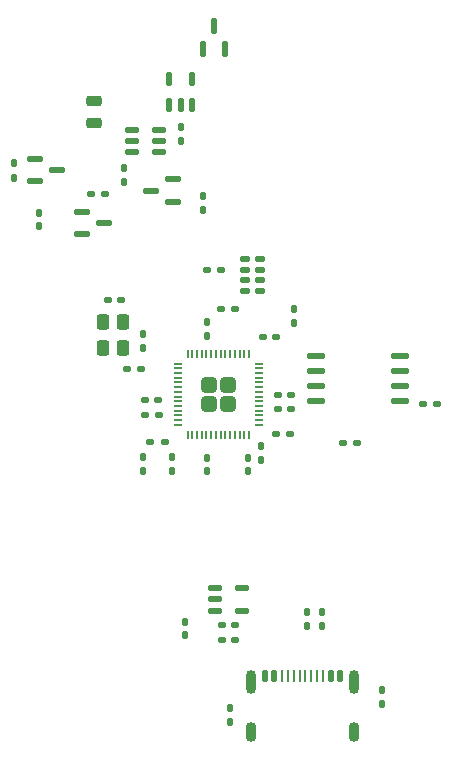
<source format=gbr>
%TF.GenerationSoftware,KiCad,Pcbnew,9.0.2*%
%TF.CreationDate,2025-07-31T20:28:33-07:00*%
%TF.ProjectId,TimeCapsule,54696d65-4361-4707-9375-6c652e6b6963,rev?*%
%TF.SameCoordinates,Original*%
%TF.FileFunction,Paste,Top*%
%TF.FilePolarity,Positive*%
%FSLAX46Y46*%
G04 Gerber Fmt 4.6, Leading zero omitted, Abs format (unit mm)*
G04 Created by KiCad (PCBNEW 9.0.2) date 2025-07-31 20:28:33*
%MOMM*%
%LPD*%
G01*
G04 APERTURE LIST*
G04 Aperture macros list*
%AMRoundRect*
0 Rectangle with rounded corners*
0 $1 Rounding radius*
0 $2 $3 $4 $5 $6 $7 $8 $9 X,Y pos of 4 corners*
0 Add a 4 corners polygon primitive as box body*
4,1,4,$2,$3,$4,$5,$6,$7,$8,$9,$2,$3,0*
0 Add four circle primitives for the rounded corners*
1,1,$1+$1,$2,$3*
1,1,$1+$1,$4,$5*
1,1,$1+$1,$6,$7*
1,1,$1+$1,$8,$9*
0 Add four rect primitives between the rounded corners*
20,1,$1+$1,$2,$3,$4,$5,0*
20,1,$1+$1,$4,$5,$6,$7,0*
20,1,$1+$1,$6,$7,$8,$9,0*
20,1,$1+$1,$8,$9,$2,$3,0*%
G04 Aperture macros list end*
%ADD10RoundRect,0.125000X-0.562500X-0.125000X0.562500X-0.125000X0.562500X0.125000X-0.562500X0.125000X0*%
%ADD11RoundRect,0.125000X0.562500X0.125000X-0.562500X0.125000X-0.562500X-0.125000X0.562500X-0.125000X0*%
%ADD12RoundRect,0.135000X-0.135000X0.172500X-0.135000X-0.172500X0.135000X-0.172500X0.135000X0.172500X0*%
%ADD13RoundRect,0.135000X0.172500X0.135000X-0.172500X0.135000X-0.172500X-0.135000X0.172500X-0.135000X0*%
%ADD14RoundRect,0.130000X-0.130000X0.187500X-0.130000X-0.187500X0.130000X-0.187500X0.130000X0.187500X0*%
%ADD15RoundRect,0.125000X-0.487500X-0.125000X0.487500X-0.125000X0.487500X0.125000X-0.487500X0.125000X0*%
%ADD16RoundRect,0.130000X0.187500X0.130000X-0.187500X0.130000X-0.187500X-0.130000X0.187500X-0.130000X0*%
%ADD17RoundRect,0.135000X0.135000X-0.172500X0.135000X0.172500X-0.135000X0.172500X-0.135000X-0.172500X0*%
%ADD18RoundRect,0.249999X-0.395001X0.395001X-0.395001X-0.395001X0.395001X-0.395001X0.395001X0.395001X0*%
%ADD19RoundRect,0.025000X-0.025000X0.362500X-0.025000X-0.362500X0.025000X-0.362500X0.025000X0.362500X0*%
%ADD20RoundRect,0.025000X-0.362500X0.025000X-0.362500X-0.025000X0.362500X-0.025000X0.362500X0.025000X0*%
%ADD21RoundRect,0.130000X0.130000X-0.187500X0.130000X0.187500X-0.130000X0.187500X-0.130000X-0.187500X0*%
%ADD22RoundRect,0.135000X-0.172500X-0.135000X0.172500X-0.135000X0.172500X0.135000X-0.172500X0.135000X0*%
%ADD23RoundRect,0.137500X0.625000X0.137500X-0.625000X0.137500X-0.625000X-0.137500X0.625000X-0.137500X0*%
%ADD24RoundRect,0.137500X0.287500X0.137500X-0.287500X0.137500X-0.287500X-0.137500X0.287500X-0.137500X0*%
%ADD25RoundRect,0.125000X0.125000X-0.487500X0.125000X0.487500X-0.125000X0.487500X-0.125000X-0.487500X0*%
%ADD26RoundRect,0.218750X-0.431250X0.218750X-0.431250X-0.218750X0.431250X-0.218750X0.431250X0.218750X0*%
%ADD27RoundRect,0.130000X-0.187500X-0.130000X0.187500X-0.130000X0.187500X0.130000X-0.187500X0.130000X0*%
%ADD28RoundRect,0.229166X-0.320834X0.420834X-0.320834X-0.420834X0.320834X-0.420834X0.320834X0.420834X0*%
%ADD29RoundRect,0.125000X0.125000X-0.562500X0.125000X0.562500X-0.125000X0.562500X-0.125000X-0.562500X0*%
%ADD30RoundRect,0.125000X-0.125000X-0.400000X0.125000X-0.400000X0.125000X0.400000X-0.125000X0.400000X0*%
%ADD31RoundRect,0.050000X-0.050000X-0.475000X0.050000X-0.475000X0.050000X0.475000X-0.050000X0.475000X0*%
%ADD32O,0.900000X2.000000*%
%ADD33O,0.900000X1.700000*%
G04 APERTURE END LIST*
D10*
%TO.C,Q4*%
X54875000Y-69450000D03*
X53000000Y-70400000D03*
X53000000Y-68500000D03*
%TD*%
D11*
%TO.C,Q3*%
X64750000Y-72150000D03*
X64750000Y-70250000D03*
X62875000Y-71200000D03*
%TD*%
D12*
%TO.C,R15*%
X67250000Y-72847500D03*
X67250000Y-71652500D03*
%TD*%
%TO.C,R16*%
X51250000Y-68902500D03*
X51250000Y-70097500D03*
%TD*%
D13*
%TO.C,R14*%
X64000000Y-92500000D03*
X62805000Y-92500000D03*
%TD*%
%TO.C,R6*%
X87095000Y-89300000D03*
X85900000Y-89300000D03*
%TD*%
%TO.C,R10*%
X58997500Y-71500000D03*
X57802500Y-71500000D03*
%TD*%
D14*
%TO.C,C13*%
X65750000Y-107720000D03*
X65750000Y-108855000D03*
%TD*%
%TO.C,C1*%
X62200000Y-93765000D03*
X62200000Y-94900000D03*
%TD*%
%TO.C,C7*%
X72200000Y-92832500D03*
X72200000Y-93967500D03*
%TD*%
D15*
%TO.C,U2*%
X61225000Y-66050000D03*
X61225000Y-67000000D03*
X61225000Y-67950000D03*
X63500000Y-67950000D03*
X63500000Y-67000000D03*
X63500000Y-66050000D03*
%TD*%
D16*
%TO.C,C3*%
X63467500Y-88900000D03*
X62332500Y-88900000D03*
%TD*%
D14*
%TO.C,C17*%
X53400000Y-73065000D03*
X53400000Y-74200000D03*
%TD*%
D16*
%TO.C,C16*%
X60335000Y-80500000D03*
X59200000Y-80500000D03*
%TD*%
D17*
%TO.C,R3*%
X76100000Y-108102500D03*
X76100000Y-106907500D03*
%TD*%
D18*
%TO.C,U1*%
X69350000Y-87637500D03*
X67750000Y-87637500D03*
X69350000Y-89237500D03*
X67750000Y-89237500D03*
D19*
X71150000Y-85000000D03*
X70750000Y-85000000D03*
X70350000Y-85000000D03*
X69950000Y-85000000D03*
X69550000Y-85000000D03*
X69150000Y-85000000D03*
X68750000Y-85000000D03*
X68350000Y-85000000D03*
X67950000Y-85000000D03*
X67550000Y-85000000D03*
X67150000Y-85000000D03*
X66750000Y-85000000D03*
X66350000Y-85000000D03*
X65950000Y-85000000D03*
D20*
X65112500Y-85837500D03*
X65112500Y-86237500D03*
X65112500Y-86637500D03*
X65112500Y-87037500D03*
X65112500Y-87437500D03*
X65112500Y-87837500D03*
X65112500Y-88237500D03*
X65112500Y-88637500D03*
X65112500Y-89037500D03*
X65112500Y-89437500D03*
X65112500Y-89837500D03*
X65112500Y-90237500D03*
X65112500Y-90637500D03*
X65112500Y-91037500D03*
D19*
X65950000Y-91875000D03*
X66350000Y-91875000D03*
X66750000Y-91875000D03*
X67150000Y-91875000D03*
X67550000Y-91875000D03*
X67950000Y-91875000D03*
X68350000Y-91875000D03*
X68750000Y-91875000D03*
X69150000Y-91875000D03*
X69550000Y-91875000D03*
X69950000Y-91875000D03*
X70350000Y-91875000D03*
X70750000Y-91875000D03*
X71150000Y-91875000D03*
D20*
X71987500Y-91037500D03*
X71987500Y-90637500D03*
X71987500Y-90237500D03*
X71987500Y-89837500D03*
X71987500Y-89437500D03*
X71987500Y-89037500D03*
X71987500Y-88637500D03*
X71987500Y-88237500D03*
X71987500Y-87837500D03*
X71987500Y-87437500D03*
X71987500Y-87037500D03*
X71987500Y-86637500D03*
X71987500Y-86237500D03*
X71987500Y-85837500D03*
%TD*%
D14*
%TO.C,C5*%
X71100000Y-93800000D03*
X71100000Y-94935000D03*
%TD*%
%TO.C,C2*%
X64600000Y-93765000D03*
X64600000Y-94900000D03*
%TD*%
D21*
%TO.C,C14*%
X67600000Y-83500000D03*
X67600000Y-82365000D03*
%TD*%
D22*
%TO.C,R5*%
X79100000Y-92600000D03*
X80295000Y-92600000D03*
%TD*%
D17*
%TO.C,R2*%
X82400000Y-114700000D03*
X82400000Y-113505000D03*
%TD*%
D23*
%TO.C,U5*%
X83975000Y-89040000D03*
X83975000Y-87770000D03*
X83975000Y-86500000D03*
X83975000Y-85230000D03*
X76800000Y-85230000D03*
X76800000Y-86500000D03*
X76800000Y-87770000D03*
X76800000Y-89040000D03*
%TD*%
D17*
%TO.C,R4*%
X77300000Y-108100000D03*
X77300000Y-106905000D03*
%TD*%
D16*
%TO.C,C11*%
X63500000Y-90200000D03*
X62365000Y-90200000D03*
%TD*%
D24*
%TO.C,U4*%
X72100000Y-79700000D03*
X72100000Y-78800000D03*
X72100000Y-77900000D03*
X72100000Y-77000000D03*
X70800000Y-77000000D03*
X70800000Y-77900000D03*
X70800000Y-78800000D03*
X70800000Y-79700000D03*
%TD*%
D25*
%TO.C,U6*%
X64412500Y-63987500D03*
X65362500Y-63987500D03*
X66312500Y-63987500D03*
X66312500Y-61712500D03*
X64412500Y-61712500D03*
%TD*%
D22*
%TO.C,R7*%
X60805000Y-86300000D03*
X62000000Y-86300000D03*
%TD*%
D10*
%TO.C,Q1*%
X57000000Y-73000000D03*
X57000000Y-74900000D03*
X58875000Y-73950000D03*
%TD*%
D15*
%TO.C,U3*%
X68284556Y-104850000D03*
X68284556Y-105800000D03*
X68284556Y-106750000D03*
X70559556Y-106750000D03*
X70559556Y-104850000D03*
%TD*%
D26*
%TO.C,D1*%
X58000000Y-63625000D03*
X58000000Y-65500000D03*
%TD*%
D27*
%TO.C,C8*%
X73600000Y-89700000D03*
X74735000Y-89700000D03*
%TD*%
D12*
%TO.C,R1*%
X69500000Y-115002500D03*
X69500000Y-116197500D03*
%TD*%
D28*
%TO.C,Y1*%
X58800000Y-82300000D03*
X58800000Y-84500000D03*
X60500000Y-84500000D03*
X60500000Y-82300000D03*
%TD*%
D27*
%TO.C,C12*%
X68865000Y-109250000D03*
X70000000Y-109250000D03*
%TD*%
%TO.C,C9*%
X73602500Y-88512500D03*
X74737500Y-88512500D03*
%TD*%
%TO.C,C4*%
X72300000Y-83600000D03*
X73435000Y-83600000D03*
%TD*%
D14*
%TO.C,C15*%
X62200000Y-83365000D03*
X62200000Y-84500000D03*
%TD*%
%TO.C,C6*%
X67600000Y-93800000D03*
X67600000Y-94935000D03*
%TD*%
D17*
%TO.C,R8*%
X75000000Y-82397500D03*
X75000000Y-81202500D03*
%TD*%
%TO.C,R11*%
X60600000Y-70495000D03*
X60600000Y-69300000D03*
%TD*%
%TO.C,R12*%
X65400000Y-66995000D03*
X65400000Y-65800000D03*
%TD*%
D13*
%TO.C,R9*%
X69995000Y-81200000D03*
X68800000Y-81200000D03*
%TD*%
D29*
%TO.C,Q2*%
X67250000Y-59175000D03*
X69150000Y-59175000D03*
X68200000Y-57300000D03*
%TD*%
D30*
%TO.C,J1*%
X72480000Y-112270000D03*
X73280000Y-112270000D03*
D31*
X74430000Y-112270000D03*
X75430000Y-112270000D03*
X75930000Y-112270000D03*
X76930000Y-112270000D03*
D30*
X78080000Y-112270000D03*
X78880000Y-112270000D03*
X78880000Y-112270000D03*
X78080000Y-112270000D03*
D31*
X77430000Y-112270000D03*
X76430000Y-112270000D03*
X74930000Y-112270000D03*
X73930000Y-112270000D03*
D30*
X73280000Y-112270000D03*
X72480000Y-112270000D03*
D32*
X71360000Y-112845000D03*
D33*
X71360000Y-117025000D03*
D32*
X80000000Y-112845000D03*
D33*
X80000000Y-117025000D03*
%TD*%
D16*
%TO.C,C18*%
X70000000Y-108000000D03*
X68865000Y-108000000D03*
%TD*%
D27*
%TO.C,C10*%
X73465000Y-91800000D03*
X74600000Y-91800000D03*
%TD*%
D13*
%TO.C,R13*%
X68800000Y-77900000D03*
X67605000Y-77900000D03*
%TD*%
M02*

</source>
